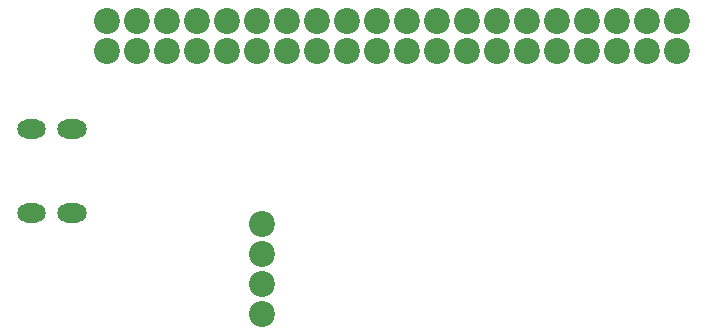
<source format=gbr>
%FSLAX34Y34*%
%MOMM*%
%LNSOLDERMASK_BOTTOM*%
G71*
G01*
%ADD10C, 2.20*%
%ADD11C, 1.65*%
%LPD*%
X580231Y966788D02*
G54D10*
D03*
X580230Y941384D02*
G54D10*
D03*
X554831Y966788D02*
G54D10*
D03*
X554831Y941388D02*
G54D10*
D03*
X529431Y966788D02*
G54D10*
D03*
X529431Y941388D02*
G54D10*
D03*
X504030Y966784D02*
G54D10*
D03*
X504031Y941388D02*
G54D10*
D03*
X478631Y966788D02*
G54D10*
D03*
X478631Y941388D02*
G54D10*
D03*
X453230Y966784D02*
G54D10*
D03*
X453231Y941388D02*
G54D10*
D03*
X427831Y966788D02*
G54D10*
D03*
X427831Y941388D02*
G54D10*
D03*
X402431Y966788D02*
G54D10*
D03*
X402430Y941384D02*
G54D10*
D03*
X377031Y966788D02*
G54D10*
D03*
X377031Y941388D02*
G54D10*
D03*
X351631Y966788D02*
G54D10*
D03*
X351631Y941388D02*
G54D10*
D03*
X326230Y966784D02*
G54D10*
D03*
X326231Y941388D02*
G54D10*
D03*
X300831Y966788D02*
G54D10*
D03*
X300831Y941388D02*
G54D10*
D03*
X275431Y966788D02*
G54D10*
D03*
X275431Y941388D02*
G54D10*
D03*
X250030Y966784D02*
G54D10*
D03*
X250031Y941388D02*
G54D10*
D03*
X224631Y966788D02*
G54D10*
D03*
X224631Y941388D02*
G54D10*
D03*
X199231Y966788D02*
G54D10*
D03*
X199230Y941384D02*
G54D10*
D03*
X173831Y966788D02*
G54D10*
D03*
X173831Y941388D02*
G54D10*
D03*
X148430Y966784D02*
G54D10*
D03*
X123031Y966788D02*
G54D10*
D03*
X97631Y966788D02*
G54D10*
D03*
X148431Y941388D02*
G54D10*
D03*
X123031Y941388D02*
G54D10*
D03*
X97631Y941388D02*
G54D10*
D03*
X228600Y794544D02*
G54D10*
D03*
X228600Y769144D02*
G54D10*
D03*
X228600Y743744D02*
G54D10*
D03*
X228600Y718344D02*
G54D10*
D03*
X29369Y875109D02*
G54D11*
D03*
X37306Y875109D02*
G54D11*
D03*
X37306Y803672D02*
G54D11*
D03*
X29369Y803672D02*
G54D11*
D03*
X71834Y875109D02*
G54D11*
D03*
X63897Y875109D02*
G54D11*
D03*
X71834Y803672D02*
G54D11*
D03*
X63897Y803672D02*
G54D11*
D03*
X67866Y875109D02*
G54D11*
D03*
X67866Y803672D02*
G54D11*
D03*
X33338Y803672D02*
G54D11*
D03*
X33338Y875109D02*
G54D11*
D03*
X71636Y875109D02*
G54D11*
D03*
X71438Y875109D02*
G54D11*
D03*
X71239Y875109D02*
G54D11*
D03*
X71041Y875109D02*
G54D11*
D03*
X70842Y875109D02*
G54D11*
D03*
X70644Y875109D02*
G54D11*
D03*
X70445Y875109D02*
G54D11*
D03*
X70247Y875109D02*
G54D11*
D03*
X70048Y875109D02*
G54D11*
D03*
X69850Y875109D02*
G54D11*
D03*
X69652Y875109D02*
G54D11*
D03*
X69453Y875109D02*
G54D11*
D03*
X69255Y875109D02*
G54D11*
D03*
X69056Y875109D02*
G54D11*
D03*
X68858Y875109D02*
G54D11*
D03*
X68659Y875109D02*
G54D11*
D03*
X68461Y875109D02*
G54D11*
D03*
X68262Y875109D02*
G54D11*
D03*
X68064Y875109D02*
G54D11*
D03*
X67667Y875109D02*
G54D11*
D03*
X67469Y875109D02*
G54D11*
D03*
X67270Y875109D02*
G54D11*
D03*
X67072Y875109D02*
G54D11*
D03*
X66873Y875109D02*
G54D11*
D03*
X66675Y875109D02*
G54D11*
D03*
X66477Y875109D02*
G54D11*
D03*
X66278Y875109D02*
G54D11*
D03*
X66080Y875109D02*
G54D11*
D03*
X65881Y875109D02*
G54D11*
D03*
X65683Y875109D02*
G54D11*
D03*
X65484Y875109D02*
G54D11*
D03*
X64095Y875109D02*
G54D11*
D03*
X64294Y875109D02*
G54D11*
D03*
X64492Y875109D02*
G54D11*
D03*
X64691Y875109D02*
G54D11*
D03*
X64889Y875109D02*
G54D11*
D03*
X65088Y875109D02*
G54D11*
D03*
X71636Y803672D02*
G54D11*
D03*
X71438Y803672D02*
G54D11*
D03*
X71239Y803672D02*
G54D11*
D03*
X71041Y803672D02*
G54D11*
D03*
X70842Y803672D02*
G54D11*
D03*
X70644Y803672D02*
G54D11*
D03*
X70445Y803672D02*
G54D11*
D03*
X70247Y803672D02*
G54D11*
D03*
X70048Y803672D02*
G54D11*
D03*
X69850Y803672D02*
G54D11*
D03*
X69652Y803672D02*
G54D11*
D03*
X69453Y803672D02*
G54D11*
D03*
X69255Y803672D02*
G54D11*
D03*
X69056Y803672D02*
G54D11*
D03*
X68858Y803672D02*
G54D11*
D03*
X68659Y803672D02*
G54D11*
D03*
X68461Y803672D02*
G54D11*
D03*
X68262Y803672D02*
G54D11*
D03*
X64095Y803672D02*
G54D11*
D03*
X64294Y803672D02*
G54D11*
D03*
X64492Y803672D02*
G54D11*
D03*
X64691Y803672D02*
G54D11*
D03*
X64889Y803672D02*
G54D11*
D03*
X65088Y803672D02*
G54D11*
D03*
X65286Y803672D02*
G54D11*
D03*
X65484Y803672D02*
G54D11*
D03*
X65683Y803672D02*
G54D11*
D03*
X65881Y803672D02*
G54D11*
D03*
X66080Y803672D02*
G54D11*
D03*
X66278Y803672D02*
G54D11*
D03*
X66477Y803672D02*
G54D11*
D03*
X66675Y803672D02*
G54D11*
D03*
X66873Y803672D02*
G54D11*
D03*
X66873Y803672D02*
G54D11*
D03*
X67072Y803672D02*
G54D11*
D03*
X67270Y803672D02*
G54D11*
D03*
X67469Y803672D02*
G54D11*
D03*
X37306Y875109D02*
G54D11*
D03*
X29369Y875109D02*
G54D11*
D03*
X33338Y875109D02*
G54D11*
D03*
X37108Y875109D02*
G54D11*
D03*
X36909Y875109D02*
G54D11*
D03*
X36711Y875109D02*
G54D11*
D03*
X36512Y875109D02*
G54D11*
D03*
X36314Y875109D02*
G54D11*
D03*
X36116Y875109D02*
G54D11*
D03*
X35917Y875109D02*
G54D11*
D03*
X35719Y875109D02*
G54D11*
D03*
X35520Y875109D02*
G54D11*
D03*
X35322Y875109D02*
G54D11*
D03*
X35123Y875109D02*
G54D11*
D03*
X34925Y875109D02*
G54D11*
D03*
X34727Y875109D02*
G54D11*
D03*
X34528Y875109D02*
G54D11*
D03*
X34330Y875109D02*
G54D11*
D03*
X34131Y875109D02*
G54D11*
D03*
X33933Y875109D02*
G54D11*
D03*
X33734Y875109D02*
G54D11*
D03*
X33536Y875109D02*
G54D11*
D03*
X33139Y875109D02*
G54D11*
D03*
X32941Y875109D02*
G54D11*
D03*
X32742Y875109D02*
G54D11*
D03*
X32544Y875109D02*
G54D11*
D03*
X32345Y875109D02*
G54D11*
D03*
X32147Y875109D02*
G54D11*
D03*
X31948Y875109D02*
G54D11*
D03*
X31750Y875109D02*
G54D11*
D03*
X31552Y875109D02*
G54D11*
D03*
X31353Y875109D02*
G54D11*
D03*
X31155Y875109D02*
G54D11*
D03*
X30956Y875109D02*
G54D11*
D03*
X29567Y875109D02*
G54D11*
D03*
X29766Y875109D02*
G54D11*
D03*
X29964Y875109D02*
G54D11*
D03*
X30162Y875109D02*
G54D11*
D03*
X30361Y875109D02*
G54D11*
D03*
X30559Y875109D02*
G54D11*
D03*
X37306Y803672D02*
G54D11*
D03*
X29369Y803672D02*
G54D11*
D03*
X33338Y803672D02*
G54D11*
D03*
X37108Y803672D02*
G54D11*
D03*
X36909Y803672D02*
G54D11*
D03*
X36711Y803672D02*
G54D11*
D03*
X36512Y803672D02*
G54D11*
D03*
X36314Y803672D02*
G54D11*
D03*
X36116Y803672D02*
G54D11*
D03*
X35917Y803672D02*
G54D11*
D03*
X35719Y803672D02*
G54D11*
D03*
X35520Y803672D02*
G54D11*
D03*
X35322Y803672D02*
G54D11*
D03*
X35123Y803672D02*
G54D11*
D03*
X34925Y803672D02*
G54D11*
D03*
X34727Y803672D02*
G54D11*
D03*
X34528Y803672D02*
G54D11*
D03*
X34330Y803672D02*
G54D11*
D03*
X34131Y803672D02*
G54D11*
D03*
X33933Y803672D02*
G54D11*
D03*
X33734Y803672D02*
G54D11*
D03*
X29567Y803672D02*
G54D11*
D03*
X29766Y803672D02*
G54D11*
D03*
X29964Y803672D02*
G54D11*
D03*
X30162Y803672D02*
G54D11*
D03*
X30361Y803672D02*
G54D11*
D03*
X30559Y803672D02*
G54D11*
D03*
X30758Y803672D02*
G54D11*
D03*
X30956Y803672D02*
G54D11*
D03*
X31155Y803672D02*
G54D11*
D03*
X31353Y803672D02*
G54D11*
D03*
X31552Y803672D02*
G54D11*
D03*
X31750Y803672D02*
G54D11*
D03*
X31948Y803672D02*
G54D11*
D03*
X32147Y803672D02*
G54D11*
D03*
X32345Y803672D02*
G54D11*
D03*
X32345Y803672D02*
G54D11*
D03*
X32544Y803672D02*
G54D11*
D03*
X32742Y803672D02*
G54D11*
D03*
X32941Y803672D02*
G54D11*
D03*
X30162Y875109D02*
G54D11*
D03*
X30956Y875109D02*
G54D11*
D03*
X31750Y875109D02*
G54D11*
D03*
X32544Y875109D02*
G54D11*
D03*
X33338Y875109D02*
G54D11*
D03*
X34131Y875109D02*
G54D11*
D03*
X34925Y875109D02*
G54D11*
D03*
X35719Y875109D02*
G54D11*
D03*
X36512Y875109D02*
G54D11*
D03*
X64691Y875109D02*
G54D11*
D03*
X65484Y875109D02*
G54D11*
D03*
X66278Y875109D02*
G54D11*
D03*
X67072Y875109D02*
G54D11*
D03*
X67866Y875109D02*
G54D11*
D03*
X68659Y875109D02*
G54D11*
D03*
X69453Y875109D02*
G54D11*
D03*
X70247Y875109D02*
G54D11*
D03*
X71041Y875109D02*
G54D11*
D03*
X71834Y875109D02*
G54D11*
D03*
X37306Y875109D02*
G54D11*
D03*
X29369Y803672D02*
G54D11*
D03*
X30162Y803672D02*
G54D11*
D03*
X30956Y803672D02*
G54D11*
D03*
X31750Y803672D02*
G54D11*
D03*
X32544Y803672D02*
G54D11*
D03*
X33338Y803672D02*
G54D11*
D03*
X34131Y803672D02*
G54D11*
D03*
X34925Y803672D02*
G54D11*
D03*
X35719Y803672D02*
G54D11*
D03*
X36512Y803672D02*
G54D11*
D03*
X37306Y803672D02*
G54D11*
D03*
X63897Y803672D02*
G54D11*
D03*
X64691Y803672D02*
G54D11*
D03*
X65484Y803672D02*
G54D11*
D03*
X66278Y803672D02*
G54D11*
D03*
X67072Y803672D02*
G54D11*
D03*
X67866Y803672D02*
G54D11*
D03*
X68659Y803672D02*
G54D11*
D03*
X69453Y803672D02*
G54D11*
D03*
X70247Y803672D02*
G54D11*
D03*
X71041Y803672D02*
G54D11*
D03*
X71834Y803672D02*
G54D11*
D03*
X29369Y875109D02*
G54D11*
D03*
X37306Y875109D02*
G54D11*
D03*
X63897Y875109D02*
G54D11*
D03*
M02*

</source>
